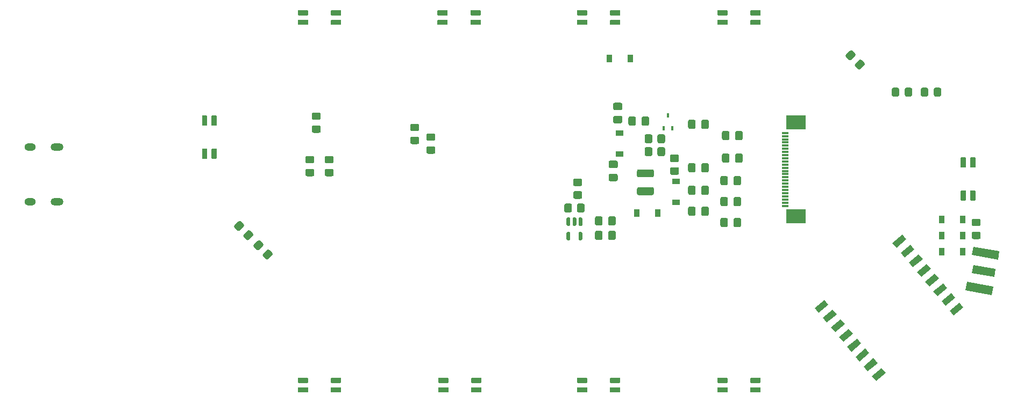
<source format=gbr>
%TF.GenerationSoftware,KiCad,Pcbnew,(5.1.10)-1*%
%TF.CreationDate,2022-02-17T21:55:52+01:00*%
%TF.ProjectId,keyboardEink,6b657962-6f61-4726-9445-696e6b2e6b69,rev?*%
%TF.SameCoordinates,Original*%
%TF.FileFunction,Paste,Top*%
%TF.FilePolarity,Positive*%
%FSLAX46Y46*%
G04 Gerber Fmt 4.6, Leading zero omitted, Abs format (unit mm)*
G04 Created by KiCad (PCBNEW (5.1.10)-1) date 2022-02-17 21:55:52*
%MOMM*%
%LPD*%
G01*
G04 APERTURE LIST*
%ADD10O,1.800000X1.200000*%
%ADD11O,2.000000X1.200000*%
%ADD12R,0.900000X1.200000*%
%ADD13C,0.100000*%
%ADD14R,3.100000X2.300000*%
%ADD15R,1.100000X0.300000*%
%ADD16R,0.450000X0.700000*%
%ADD17R,1.200000X0.900000*%
G04 APERTURE END LIST*
D10*
%TO.C,U8*%
X76966000Y-107115000D03*
D11*
X81166000Y-107115000D03*
X81166000Y-98465000D03*
D10*
X76966000Y-98465000D03*
%TD*%
%TO.C,R34*%
G36*
G01*
X225453999Y-111876000D02*
X226354001Y-111876000D01*
G75*
G02*
X226604000Y-112125999I0J-249999D01*
G01*
X226604000Y-112776001D01*
G75*
G02*
X226354001Y-113026000I-249999J0D01*
G01*
X225453999Y-113026000D01*
G75*
G02*
X225204000Y-112776001I0J249999D01*
G01*
X225204000Y-112125999D01*
G75*
G02*
X225453999Y-111876000I249999J0D01*
G01*
G37*
G36*
G01*
X225453999Y-109826000D02*
X226354001Y-109826000D01*
G75*
G02*
X226604000Y-110075999I0J-249999D01*
G01*
X226604000Y-110726001D01*
G75*
G02*
X226354001Y-110976000I-249999J0D01*
G01*
X225453999Y-110976000D01*
G75*
G02*
X225204000Y-110726001I0J249999D01*
G01*
X225204000Y-110075999D01*
G75*
G02*
X225453999Y-109826000I249999J0D01*
G01*
G37*
%TD*%
D12*
%TO.C,D20*%
X220444000Y-114982000D03*
X223744000Y-114982000D03*
%TD*%
%TO.C,D19*%
X220444000Y-112442000D03*
X223744000Y-112442000D03*
%TD*%
%TO.C,D18*%
X220444000Y-109902000D03*
X223744000Y-109902000D03*
%TD*%
D13*
%TO.C,AE1*%
G36*
X228761905Y-119002650D02*
G01*
X225216597Y-118377516D01*
X225437131Y-117126810D01*
X228982439Y-117751944D01*
X228761905Y-119002650D01*
G37*
G36*
X229343996Y-116277324D02*
G01*
X225207803Y-115548002D01*
X225442228Y-114218512D01*
X229578421Y-114947834D01*
X229343996Y-116277324D01*
G37*
G36*
X228362884Y-121841488D02*
G01*
X224226691Y-121112166D01*
X224461116Y-119782676D01*
X228597309Y-120511998D01*
X228362884Y-121841488D01*
G37*
%TD*%
%TO.C,U7*%
G36*
X213372191Y-114393198D02*
G01*
X212729404Y-113627153D01*
X214261493Y-112341578D01*
X214904280Y-113107623D01*
X213372191Y-114393198D01*
G37*
G36*
X214657766Y-115925287D02*
G01*
X214014979Y-115159242D01*
X215547068Y-113873667D01*
X216189855Y-114639712D01*
X214657766Y-115925287D01*
G37*
G36*
X215943342Y-117457376D02*
G01*
X215300555Y-116691331D01*
X216832644Y-115405756D01*
X217475431Y-116171801D01*
X215943342Y-117457376D01*
G37*
G36*
X217228917Y-118989465D02*
G01*
X216586130Y-118223420D01*
X218118219Y-116937845D01*
X218761006Y-117703890D01*
X217228917Y-118989465D01*
G37*
G36*
X218514492Y-120521554D02*
G01*
X217871705Y-119755509D01*
X219403794Y-118469934D01*
X220046581Y-119235979D01*
X218514492Y-120521554D01*
G37*
G36*
X219800067Y-122053642D02*
G01*
X219157280Y-121287597D01*
X220689369Y-120002022D01*
X221332156Y-120768067D01*
X219800067Y-122053642D01*
G37*
G36*
X221085643Y-123585731D02*
G01*
X220442856Y-122819686D01*
X221974945Y-121534111D01*
X222617732Y-122300156D01*
X221085643Y-123585731D01*
G37*
G36*
X222371218Y-125117820D02*
G01*
X221728431Y-124351775D01*
X223260520Y-123066200D01*
X223903307Y-123832245D01*
X222371218Y-125117820D01*
G37*
G36*
X210114507Y-135402422D02*
G01*
X209471720Y-134636377D01*
X211003809Y-133350802D01*
X211646596Y-134116847D01*
X210114507Y-135402422D01*
G37*
G36*
X208828932Y-133870333D02*
G01*
X208186145Y-133104288D01*
X209718234Y-131818713D01*
X210361021Y-132584758D01*
X208828932Y-133870333D01*
G37*
G36*
X207543356Y-132338244D02*
G01*
X206900569Y-131572199D01*
X208432658Y-130286624D01*
X209075445Y-131052669D01*
X207543356Y-132338244D01*
G37*
G36*
X206257781Y-130806155D02*
G01*
X205614994Y-130040110D01*
X207147083Y-128754535D01*
X207789870Y-129520580D01*
X206257781Y-130806155D01*
G37*
G36*
X204972206Y-129274066D02*
G01*
X204329419Y-128508021D01*
X205861508Y-127222446D01*
X206504295Y-127988491D01*
X204972206Y-129274066D01*
G37*
G36*
X203686631Y-127741978D02*
G01*
X203043844Y-126975933D01*
X204575933Y-125690358D01*
X205218720Y-126456403D01*
X203686631Y-127741978D01*
G37*
G36*
X202401055Y-126209889D02*
G01*
X201758268Y-125443844D01*
X203290357Y-124158269D01*
X203933144Y-124924314D01*
X202401055Y-126209889D01*
G37*
G36*
X201115480Y-124677800D02*
G01*
X200472693Y-123911755D01*
X202004782Y-122626180D01*
X202647569Y-123392225D01*
X201115480Y-124677800D01*
G37*
%TD*%
%TO.C,R31*%
G36*
G01*
X206854001Y-84119604D02*
X206217604Y-84756001D01*
G75*
G02*
X205864052Y-84756001I-176776J176776D01*
G01*
X205404431Y-84296380D01*
G75*
G02*
X205404431Y-83942828I176776J176776D01*
G01*
X206040828Y-83306431D01*
G75*
G02*
X206394380Y-83306431I176776J-176776D01*
G01*
X206854001Y-83766052D01*
G75*
G02*
X206854001Y-84119604I-176776J-176776D01*
G01*
G37*
G36*
G01*
X208303569Y-85569172D02*
X207667172Y-86205569D01*
G75*
G02*
X207313620Y-86205569I-176776J176776D01*
G01*
X206853999Y-85745948D01*
G75*
G02*
X206853999Y-85392396I176776J176776D01*
G01*
X207490396Y-84755999D01*
G75*
G02*
X207843948Y-84755999I176776J-176776D01*
G01*
X208303569Y-85215620D01*
G75*
G02*
X208303569Y-85569172I-176776J-176776D01*
G01*
G37*
%TD*%
D14*
%TO.C,U2*%
X197552000Y-94608000D03*
X197552000Y-109448000D03*
D15*
X195852000Y-96278000D03*
X195852000Y-96778000D03*
X195852000Y-97278000D03*
X195852000Y-97778000D03*
X195852000Y-98278000D03*
X195852000Y-98778000D03*
X195852000Y-99278000D03*
X195852000Y-99778000D03*
X195852000Y-100278000D03*
X195852000Y-100778000D03*
X195852000Y-101278000D03*
X195852000Y-101778000D03*
X195852000Y-102278000D03*
X195852000Y-102778000D03*
X195852000Y-103278000D03*
X195852000Y-103778000D03*
X195852000Y-104278000D03*
X195852000Y-104778000D03*
X195852000Y-105278000D03*
X195852000Y-105778000D03*
X195852000Y-106278000D03*
X195852000Y-106778000D03*
X195852000Y-107278000D03*
X195852000Y-107778000D03*
%TD*%
%TO.C,D11*%
G36*
G01*
X163150000Y-136403999D02*
X164586000Y-136403999D01*
G75*
G02*
X164668000Y-136485999I0J-82000D01*
G01*
X164668000Y-137141999D01*
G75*
G02*
X164586000Y-137223999I-82000J0D01*
G01*
X163150000Y-137223999D01*
G75*
G02*
X163068000Y-137141999I0J82000D01*
G01*
X163068000Y-136485999D01*
G75*
G02*
X163150000Y-136403999I82000J0D01*
G01*
G37*
G36*
G01*
X163150000Y-134903999D02*
X164586000Y-134903999D01*
G75*
G02*
X164668000Y-134985999I0J-82000D01*
G01*
X164668000Y-135641999D01*
G75*
G02*
X164586000Y-135723999I-82000J0D01*
G01*
X163150000Y-135723999D01*
G75*
G02*
X163068000Y-135641999I0J82000D01*
G01*
X163068000Y-134985999D01*
G75*
G02*
X163150000Y-134903999I82000J0D01*
G01*
G37*
G36*
G01*
X168350000Y-136403999D02*
X169786000Y-136403999D01*
G75*
G02*
X169868000Y-136485999I0J-82000D01*
G01*
X169868000Y-137141999D01*
G75*
G02*
X169786000Y-137223999I-82000J0D01*
G01*
X168350000Y-137223999D01*
G75*
G02*
X168268000Y-137141999I0J82000D01*
G01*
X168268000Y-136485999D01*
G75*
G02*
X168350000Y-136403999I82000J0D01*
G01*
G37*
G36*
G01*
X168350000Y-134903999D02*
X169786000Y-134903999D01*
G75*
G02*
X169868000Y-134985999I0J-82000D01*
G01*
X169868000Y-135641999D01*
G75*
G02*
X169786000Y-135723999I-82000J0D01*
G01*
X168350000Y-135723999D01*
G75*
G02*
X168268000Y-135641999I0J82000D01*
G01*
X168268000Y-134985999D01*
G75*
G02*
X168350000Y-134903999I82000J0D01*
G01*
G37*
%TD*%
%TO.C,D10*%
G36*
G01*
X224973999Y-106870000D02*
X224973999Y-105434000D01*
G75*
G02*
X225055999Y-105352000I82000J0D01*
G01*
X225711999Y-105352000D01*
G75*
G02*
X225793999Y-105434000I0J-82000D01*
G01*
X225793999Y-106870000D01*
G75*
G02*
X225711999Y-106952000I-82000J0D01*
G01*
X225055999Y-106952000D01*
G75*
G02*
X224973999Y-106870000I0J82000D01*
G01*
G37*
G36*
G01*
X223473999Y-106870000D02*
X223473999Y-105434000D01*
G75*
G02*
X223555999Y-105352000I82000J0D01*
G01*
X224211999Y-105352000D01*
G75*
G02*
X224293999Y-105434000I0J-82000D01*
G01*
X224293999Y-106870000D01*
G75*
G02*
X224211999Y-106952000I-82000J0D01*
G01*
X223555999Y-106952000D01*
G75*
G02*
X223473999Y-106870000I0J82000D01*
G01*
G37*
G36*
G01*
X224973999Y-101670000D02*
X224973999Y-100234000D01*
G75*
G02*
X225055999Y-100152000I82000J0D01*
G01*
X225711999Y-100152000D01*
G75*
G02*
X225793999Y-100234000I0J-82000D01*
G01*
X225793999Y-101670000D01*
G75*
G02*
X225711999Y-101752000I-82000J0D01*
G01*
X225055999Y-101752000D01*
G75*
G02*
X224973999Y-101670000I0J82000D01*
G01*
G37*
G36*
G01*
X223473999Y-101670000D02*
X223473999Y-100234000D01*
G75*
G02*
X223555999Y-100152000I82000J0D01*
G01*
X224211999Y-100152000D01*
G75*
G02*
X224293999Y-100234000I0J-82000D01*
G01*
X224293999Y-101670000D01*
G75*
G02*
X224211999Y-101752000I-82000J0D01*
G01*
X223555999Y-101752000D01*
G75*
G02*
X223473999Y-101670000I0J82000D01*
G01*
G37*
%TD*%
%TO.C,D6*%
G36*
G01*
X185248000Y-136403999D02*
X186684000Y-136403999D01*
G75*
G02*
X186766000Y-136485999I0J-82000D01*
G01*
X186766000Y-137141999D01*
G75*
G02*
X186684000Y-137223999I-82000J0D01*
G01*
X185248000Y-137223999D01*
G75*
G02*
X185166000Y-137141999I0J82000D01*
G01*
X185166000Y-136485999D01*
G75*
G02*
X185248000Y-136403999I82000J0D01*
G01*
G37*
G36*
G01*
X185248000Y-134903999D02*
X186684000Y-134903999D01*
G75*
G02*
X186766000Y-134985999I0J-82000D01*
G01*
X186766000Y-135641999D01*
G75*
G02*
X186684000Y-135723999I-82000J0D01*
G01*
X185248000Y-135723999D01*
G75*
G02*
X185166000Y-135641999I0J82000D01*
G01*
X185166000Y-134985999D01*
G75*
G02*
X185248000Y-134903999I82000J0D01*
G01*
G37*
G36*
G01*
X190448000Y-136403999D02*
X191884000Y-136403999D01*
G75*
G02*
X191966000Y-136485999I0J-82000D01*
G01*
X191966000Y-137141999D01*
G75*
G02*
X191884000Y-137223999I-82000J0D01*
G01*
X190448000Y-137223999D01*
G75*
G02*
X190366000Y-137141999I0J82000D01*
G01*
X190366000Y-136485999D01*
G75*
G02*
X190448000Y-136403999I82000J0D01*
G01*
G37*
G36*
G01*
X190448000Y-134903999D02*
X191884000Y-134903999D01*
G75*
G02*
X191966000Y-134985999I0J-82000D01*
G01*
X191966000Y-135641999D01*
G75*
G02*
X191884000Y-135723999I-82000J0D01*
G01*
X190448000Y-135723999D01*
G75*
G02*
X190366000Y-135641999I0J82000D01*
G01*
X190366000Y-134985999D01*
G75*
G02*
X190448000Y-134903999I82000J0D01*
G01*
G37*
%TD*%
%TO.C,D5*%
G36*
G01*
X141306000Y-136403999D02*
X142742000Y-136403999D01*
G75*
G02*
X142824000Y-136485999I0J-82000D01*
G01*
X142824000Y-137141999D01*
G75*
G02*
X142742000Y-137223999I-82000J0D01*
G01*
X141306000Y-137223999D01*
G75*
G02*
X141224000Y-137141999I0J82000D01*
G01*
X141224000Y-136485999D01*
G75*
G02*
X141306000Y-136403999I82000J0D01*
G01*
G37*
G36*
G01*
X141306000Y-134903999D02*
X142742000Y-134903999D01*
G75*
G02*
X142824000Y-134985999I0J-82000D01*
G01*
X142824000Y-135641999D01*
G75*
G02*
X142742000Y-135723999I-82000J0D01*
G01*
X141306000Y-135723999D01*
G75*
G02*
X141224000Y-135641999I0J82000D01*
G01*
X141224000Y-134985999D01*
G75*
G02*
X141306000Y-134903999I82000J0D01*
G01*
G37*
G36*
G01*
X146506000Y-136403999D02*
X147942000Y-136403999D01*
G75*
G02*
X148024000Y-136485999I0J-82000D01*
G01*
X148024000Y-137141999D01*
G75*
G02*
X147942000Y-137223999I-82000J0D01*
G01*
X146506000Y-137223999D01*
G75*
G02*
X146424000Y-137141999I0J82000D01*
G01*
X146424000Y-136485999D01*
G75*
G02*
X146506000Y-136403999I82000J0D01*
G01*
G37*
G36*
G01*
X146506000Y-134903999D02*
X147942000Y-134903999D01*
G75*
G02*
X148024000Y-134985999I0J-82000D01*
G01*
X148024000Y-135641999D01*
G75*
G02*
X147942000Y-135723999I-82000J0D01*
G01*
X146506000Y-135723999D01*
G75*
G02*
X146424000Y-135641999I0J82000D01*
G01*
X146424000Y-134985999D01*
G75*
G02*
X146506000Y-134903999I82000J0D01*
G01*
G37*
%TD*%
%TO.C,D4*%
G36*
G01*
X119208000Y-136403999D02*
X120644000Y-136403999D01*
G75*
G02*
X120726000Y-136485999I0J-82000D01*
G01*
X120726000Y-137141999D01*
G75*
G02*
X120644000Y-137223999I-82000J0D01*
G01*
X119208000Y-137223999D01*
G75*
G02*
X119126000Y-137141999I0J82000D01*
G01*
X119126000Y-136485999D01*
G75*
G02*
X119208000Y-136403999I82000J0D01*
G01*
G37*
G36*
G01*
X119208000Y-134903999D02*
X120644000Y-134903999D01*
G75*
G02*
X120726000Y-134985999I0J-82000D01*
G01*
X120726000Y-135641999D01*
G75*
G02*
X120644000Y-135723999I-82000J0D01*
G01*
X119208000Y-135723999D01*
G75*
G02*
X119126000Y-135641999I0J82000D01*
G01*
X119126000Y-134985999D01*
G75*
G02*
X119208000Y-134903999I82000J0D01*
G01*
G37*
G36*
G01*
X124408000Y-136403999D02*
X125844000Y-136403999D01*
G75*
G02*
X125926000Y-136485999I0J-82000D01*
G01*
X125926000Y-137141999D01*
G75*
G02*
X125844000Y-137223999I-82000J0D01*
G01*
X124408000Y-137223999D01*
G75*
G02*
X124326000Y-137141999I0J82000D01*
G01*
X124326000Y-136485999D01*
G75*
G02*
X124408000Y-136403999I82000J0D01*
G01*
G37*
G36*
G01*
X124408000Y-134903999D02*
X125844000Y-134903999D01*
G75*
G02*
X125926000Y-134985999I0J-82000D01*
G01*
X125926000Y-135641999D01*
G75*
G02*
X125844000Y-135723999I-82000J0D01*
G01*
X124408000Y-135723999D01*
G75*
G02*
X124326000Y-135641999I0J82000D01*
G01*
X124326000Y-134985999D01*
G75*
G02*
X124408000Y-134903999I82000J0D01*
G01*
G37*
%TD*%
%TO.C,D16*%
G36*
G01*
X104840000Y-93630000D02*
X104840000Y-95066000D01*
G75*
G02*
X104758000Y-95148000I-82000J0D01*
G01*
X104102000Y-95148000D01*
G75*
G02*
X104020000Y-95066000I0J82000D01*
G01*
X104020000Y-93630000D01*
G75*
G02*
X104102000Y-93548000I82000J0D01*
G01*
X104758000Y-93548000D01*
G75*
G02*
X104840000Y-93630000I0J-82000D01*
G01*
G37*
G36*
G01*
X106340000Y-93630000D02*
X106340000Y-95066000D01*
G75*
G02*
X106258000Y-95148000I-82000J0D01*
G01*
X105602000Y-95148000D01*
G75*
G02*
X105520000Y-95066000I0J82000D01*
G01*
X105520000Y-93630000D01*
G75*
G02*
X105602000Y-93548000I82000J0D01*
G01*
X106258000Y-93548000D01*
G75*
G02*
X106340000Y-93630000I0J-82000D01*
G01*
G37*
G36*
G01*
X104840000Y-98830000D02*
X104840000Y-100266000D01*
G75*
G02*
X104758000Y-100348000I-82000J0D01*
G01*
X104102000Y-100348000D01*
G75*
G02*
X104020000Y-100266000I0J82000D01*
G01*
X104020000Y-98830000D01*
G75*
G02*
X104102000Y-98748000I82000J0D01*
G01*
X104758000Y-98748000D01*
G75*
G02*
X104840000Y-98830000I0J-82000D01*
G01*
G37*
G36*
G01*
X106340000Y-98830000D02*
X106340000Y-100266000D01*
G75*
G02*
X106258000Y-100348000I-82000J0D01*
G01*
X105602000Y-100348000D01*
G75*
G02*
X105520000Y-100266000I0J82000D01*
G01*
X105520000Y-98830000D01*
G75*
G02*
X105602000Y-98748000I82000J0D01*
G01*
X106258000Y-98748000D01*
G75*
G02*
X106340000Y-98830000I0J-82000D01*
G01*
G37*
%TD*%
%TO.C,D14*%
G36*
G01*
X147818000Y-77740000D02*
X146382000Y-77740000D01*
G75*
G02*
X146300000Y-77658000I0J82000D01*
G01*
X146300000Y-77002000D01*
G75*
G02*
X146382000Y-76920000I82000J0D01*
G01*
X147818000Y-76920000D01*
G75*
G02*
X147900000Y-77002000I0J-82000D01*
G01*
X147900000Y-77658000D01*
G75*
G02*
X147818000Y-77740000I-82000J0D01*
G01*
G37*
G36*
G01*
X147818000Y-79240000D02*
X146382000Y-79240000D01*
G75*
G02*
X146300000Y-79158000I0J82000D01*
G01*
X146300000Y-78502000D01*
G75*
G02*
X146382000Y-78420000I82000J0D01*
G01*
X147818000Y-78420000D01*
G75*
G02*
X147900000Y-78502000I0J-82000D01*
G01*
X147900000Y-79158000D01*
G75*
G02*
X147818000Y-79240000I-82000J0D01*
G01*
G37*
G36*
G01*
X142618000Y-77740000D02*
X141182000Y-77740000D01*
G75*
G02*
X141100000Y-77658000I0J82000D01*
G01*
X141100000Y-77002000D01*
G75*
G02*
X141182000Y-76920000I82000J0D01*
G01*
X142618000Y-76920000D01*
G75*
G02*
X142700000Y-77002000I0J-82000D01*
G01*
X142700000Y-77658000D01*
G75*
G02*
X142618000Y-77740000I-82000J0D01*
G01*
G37*
G36*
G01*
X142618000Y-79240000D02*
X141182000Y-79240000D01*
G75*
G02*
X141100000Y-79158000I0J82000D01*
G01*
X141100000Y-78502000D01*
G75*
G02*
X141182000Y-78420000I82000J0D01*
G01*
X142618000Y-78420000D01*
G75*
G02*
X142700000Y-78502000I0J-82000D01*
G01*
X142700000Y-79158000D01*
G75*
G02*
X142618000Y-79240000I-82000J0D01*
G01*
G37*
%TD*%
%TO.C,D13*%
G36*
G01*
X169786000Y-77740000D02*
X168350000Y-77740000D01*
G75*
G02*
X168268000Y-77658000I0J82000D01*
G01*
X168268000Y-77002000D01*
G75*
G02*
X168350000Y-76920000I82000J0D01*
G01*
X169786000Y-76920000D01*
G75*
G02*
X169868000Y-77002000I0J-82000D01*
G01*
X169868000Y-77658000D01*
G75*
G02*
X169786000Y-77740000I-82000J0D01*
G01*
G37*
G36*
G01*
X169786000Y-79240000D02*
X168350000Y-79240000D01*
G75*
G02*
X168268000Y-79158000I0J82000D01*
G01*
X168268000Y-78502000D01*
G75*
G02*
X168350000Y-78420000I82000J0D01*
G01*
X169786000Y-78420000D01*
G75*
G02*
X169868000Y-78502000I0J-82000D01*
G01*
X169868000Y-79158000D01*
G75*
G02*
X169786000Y-79240000I-82000J0D01*
G01*
G37*
G36*
G01*
X164586000Y-77740000D02*
X163150000Y-77740000D01*
G75*
G02*
X163068000Y-77658000I0J82000D01*
G01*
X163068000Y-77002000D01*
G75*
G02*
X163150000Y-76920000I82000J0D01*
G01*
X164586000Y-76920000D01*
G75*
G02*
X164668000Y-77002000I0J-82000D01*
G01*
X164668000Y-77658000D01*
G75*
G02*
X164586000Y-77740000I-82000J0D01*
G01*
G37*
G36*
G01*
X164586000Y-79240000D02*
X163150000Y-79240000D01*
G75*
G02*
X163068000Y-79158000I0J82000D01*
G01*
X163068000Y-78502000D01*
G75*
G02*
X163150000Y-78420000I82000J0D01*
G01*
X164586000Y-78420000D01*
G75*
G02*
X164668000Y-78502000I0J-82000D01*
G01*
X164668000Y-79158000D01*
G75*
G02*
X164586000Y-79240000I-82000J0D01*
G01*
G37*
%TD*%
%TO.C,D12*%
G36*
G01*
X191884000Y-77740000D02*
X190448000Y-77740000D01*
G75*
G02*
X190366000Y-77658000I0J82000D01*
G01*
X190366000Y-77002000D01*
G75*
G02*
X190448000Y-76920000I82000J0D01*
G01*
X191884000Y-76920000D01*
G75*
G02*
X191966000Y-77002000I0J-82000D01*
G01*
X191966000Y-77658000D01*
G75*
G02*
X191884000Y-77740000I-82000J0D01*
G01*
G37*
G36*
G01*
X191884000Y-79240000D02*
X190448000Y-79240000D01*
G75*
G02*
X190366000Y-79158000I0J82000D01*
G01*
X190366000Y-78502000D01*
G75*
G02*
X190448000Y-78420000I82000J0D01*
G01*
X191884000Y-78420000D01*
G75*
G02*
X191966000Y-78502000I0J-82000D01*
G01*
X191966000Y-79158000D01*
G75*
G02*
X191884000Y-79240000I-82000J0D01*
G01*
G37*
G36*
G01*
X186684000Y-77740000D02*
X185248000Y-77740000D01*
G75*
G02*
X185166000Y-77658000I0J82000D01*
G01*
X185166000Y-77002000D01*
G75*
G02*
X185248000Y-76920000I82000J0D01*
G01*
X186684000Y-76920000D01*
G75*
G02*
X186766000Y-77002000I0J-82000D01*
G01*
X186766000Y-77658000D01*
G75*
G02*
X186684000Y-77740000I-82000J0D01*
G01*
G37*
G36*
G01*
X186684000Y-79240000D02*
X185248000Y-79240000D01*
G75*
G02*
X185166000Y-79158000I0J82000D01*
G01*
X185166000Y-78502000D01*
G75*
G02*
X185248000Y-78420000I82000J0D01*
G01*
X186684000Y-78420000D01*
G75*
G02*
X186766000Y-78502000I0J-82000D01*
G01*
X186766000Y-79158000D01*
G75*
G02*
X186684000Y-79240000I-82000J0D01*
G01*
G37*
%TD*%
%TO.C,D15*%
G36*
G01*
X125844000Y-77740000D02*
X124408000Y-77740000D01*
G75*
G02*
X124326000Y-77658000I0J82000D01*
G01*
X124326000Y-77002000D01*
G75*
G02*
X124408000Y-76920000I82000J0D01*
G01*
X125844000Y-76920000D01*
G75*
G02*
X125926000Y-77002000I0J-82000D01*
G01*
X125926000Y-77658000D01*
G75*
G02*
X125844000Y-77740000I-82000J0D01*
G01*
G37*
G36*
G01*
X125844000Y-79240000D02*
X124408000Y-79240000D01*
G75*
G02*
X124326000Y-79158000I0J82000D01*
G01*
X124326000Y-78502000D01*
G75*
G02*
X124408000Y-78420000I82000J0D01*
G01*
X125844000Y-78420000D01*
G75*
G02*
X125926000Y-78502000I0J-82000D01*
G01*
X125926000Y-79158000D01*
G75*
G02*
X125844000Y-79240000I-82000J0D01*
G01*
G37*
G36*
G01*
X120644000Y-77740000D02*
X119208000Y-77740000D01*
G75*
G02*
X119126000Y-77658000I0J82000D01*
G01*
X119126000Y-77002000D01*
G75*
G02*
X119208000Y-76920000I82000J0D01*
G01*
X120644000Y-76920000D01*
G75*
G02*
X120726000Y-77002000I0J-82000D01*
G01*
X120726000Y-77658000D01*
G75*
G02*
X120644000Y-77740000I-82000J0D01*
G01*
G37*
G36*
G01*
X120644000Y-79240000D02*
X119208000Y-79240000D01*
G75*
G02*
X119126000Y-79158000I0J82000D01*
G01*
X119126000Y-78502000D01*
G75*
G02*
X119208000Y-78420000I82000J0D01*
G01*
X120644000Y-78420000D01*
G75*
G02*
X120726000Y-78502000I0J-82000D01*
G01*
X120726000Y-79158000D01*
G75*
G02*
X120644000Y-79240000I-82000J0D01*
G01*
G37*
%TD*%
%TO.C,F2*%
G36*
G01*
X162715999Y-105476000D02*
X163616001Y-105476000D01*
G75*
G02*
X163866000Y-105725999I0J-249999D01*
G01*
X163866000Y-106426001D01*
G75*
G02*
X163616001Y-106676000I-249999J0D01*
G01*
X162715999Y-106676000D01*
G75*
G02*
X162466000Y-106426001I0J249999D01*
G01*
X162466000Y-105725999D01*
G75*
G02*
X162715999Y-105476000I249999J0D01*
G01*
G37*
G36*
G01*
X162715999Y-103476000D02*
X163616001Y-103476000D01*
G75*
G02*
X163866000Y-103725999I0J-249999D01*
G01*
X163866000Y-104426001D01*
G75*
G02*
X163616001Y-104676000I-249999J0D01*
G01*
X162715999Y-104676000D01*
G75*
G02*
X162466000Y-104426001I0J249999D01*
G01*
X162466000Y-103725999D01*
G75*
G02*
X162715999Y-103476000I249999J0D01*
G01*
G37*
%TD*%
%TO.C,R4*%
G36*
G01*
X113636001Y-114091604D02*
X112999604Y-114728001D01*
G75*
G02*
X112646052Y-114728001I-176776J176776D01*
G01*
X112186431Y-114268380D01*
G75*
G02*
X112186431Y-113914828I176776J176776D01*
G01*
X112822828Y-113278431D01*
G75*
G02*
X113176380Y-113278431I176776J-176776D01*
G01*
X113636001Y-113738052D01*
G75*
G02*
X113636001Y-114091604I-176776J-176776D01*
G01*
G37*
G36*
G01*
X115085569Y-115541172D02*
X114449172Y-116177569D01*
G75*
G02*
X114095620Y-116177569I-176776J176776D01*
G01*
X113635999Y-115717948D01*
G75*
G02*
X113635999Y-115364396I176776J176776D01*
G01*
X114272396Y-114727999D01*
G75*
G02*
X114625948Y-114727999I176776J-176776D01*
G01*
X115085569Y-115187620D01*
G75*
G02*
X115085569Y-115541172I-176776J-176776D01*
G01*
G37*
%TD*%
%TO.C,R3*%
G36*
G01*
X110588001Y-111043604D02*
X109951604Y-111680001D01*
G75*
G02*
X109598052Y-111680001I-176776J176776D01*
G01*
X109138431Y-111220380D01*
G75*
G02*
X109138431Y-110866828I176776J176776D01*
G01*
X109774828Y-110230431D01*
G75*
G02*
X110128380Y-110230431I176776J-176776D01*
G01*
X110588001Y-110690052D01*
G75*
G02*
X110588001Y-111043604I-176776J-176776D01*
G01*
G37*
G36*
G01*
X112037569Y-112493172D02*
X111401172Y-113129569D01*
G75*
G02*
X111047620Y-113129569I-176776J176776D01*
G01*
X110587999Y-112669948D01*
G75*
G02*
X110587999Y-112316396I176776J176776D01*
G01*
X111224396Y-111679999D01*
G75*
G02*
X111577948Y-111679999I176776J-176776D01*
G01*
X112037569Y-112139620D01*
G75*
G02*
X112037569Y-112493172I-176776J-176776D01*
G01*
G37*
%TD*%
D12*
%TO.C,D17*%
X168120000Y-84502000D03*
X171420000Y-84502000D03*
%TD*%
%TO.C,R25*%
G36*
G01*
X218342000Y-89385999D02*
X218342000Y-90286001D01*
G75*
G02*
X218092001Y-90536000I-249999J0D01*
G01*
X217441999Y-90536000D01*
G75*
G02*
X217192000Y-90286001I0J249999D01*
G01*
X217192000Y-89385999D01*
G75*
G02*
X217441999Y-89136000I249999J0D01*
G01*
X218092001Y-89136000D01*
G75*
G02*
X218342000Y-89385999I0J-249999D01*
G01*
G37*
G36*
G01*
X220392000Y-89385999D02*
X220392000Y-90286001D01*
G75*
G02*
X220142001Y-90536000I-249999J0D01*
G01*
X219491999Y-90536000D01*
G75*
G02*
X219242000Y-90286001I0J249999D01*
G01*
X219242000Y-89385999D01*
G75*
G02*
X219491999Y-89136000I249999J0D01*
G01*
X220142001Y-89136000D01*
G75*
G02*
X220392000Y-89385999I0J-249999D01*
G01*
G37*
%TD*%
%TO.C,R24*%
G36*
G01*
X214670000Y-90286001D02*
X214670000Y-89385999D01*
G75*
G02*
X214919999Y-89136000I249999J0D01*
G01*
X215570001Y-89136000D01*
G75*
G02*
X215820000Y-89385999I0J-249999D01*
G01*
X215820000Y-90286001D01*
G75*
G02*
X215570001Y-90536000I-249999J0D01*
G01*
X214919999Y-90536000D01*
G75*
G02*
X214670000Y-90286001I0J249999D01*
G01*
G37*
G36*
G01*
X212620000Y-90286001D02*
X212620000Y-89385999D01*
G75*
G02*
X212869999Y-89136000I249999J0D01*
G01*
X213520001Y-89136000D01*
G75*
G02*
X213770000Y-89385999I0J-249999D01*
G01*
X213770000Y-90286001D01*
G75*
G02*
X213520001Y-90536000I-249999J0D01*
G01*
X212869999Y-90536000D01*
G75*
G02*
X212620000Y-90286001I0J249999D01*
G01*
G37*
%TD*%
%TO.C,R16*%
G36*
G01*
X139601999Y-98414000D02*
X140502001Y-98414000D01*
G75*
G02*
X140752000Y-98663999I0J-249999D01*
G01*
X140752000Y-99314001D01*
G75*
G02*
X140502001Y-99564000I-249999J0D01*
G01*
X139601999Y-99564000D01*
G75*
G02*
X139352000Y-99314001I0J249999D01*
G01*
X139352000Y-98663999D01*
G75*
G02*
X139601999Y-98414000I249999J0D01*
G01*
G37*
G36*
G01*
X139601999Y-96364000D02*
X140502001Y-96364000D01*
G75*
G02*
X140752000Y-96613999I0J-249999D01*
G01*
X140752000Y-97264001D01*
G75*
G02*
X140502001Y-97514000I-249999J0D01*
G01*
X139601999Y-97514000D01*
G75*
G02*
X139352000Y-97264001I0J249999D01*
G01*
X139352000Y-96613999D01*
G75*
G02*
X139601999Y-96364000I249999J0D01*
G01*
G37*
%TD*%
%TO.C,R15*%
G36*
G01*
X137061999Y-96890000D02*
X137962001Y-96890000D01*
G75*
G02*
X138212000Y-97139999I0J-249999D01*
G01*
X138212000Y-97790001D01*
G75*
G02*
X137962001Y-98040000I-249999J0D01*
G01*
X137061999Y-98040000D01*
G75*
G02*
X136812000Y-97790001I0J249999D01*
G01*
X136812000Y-97139999D01*
G75*
G02*
X137061999Y-96890000I249999J0D01*
G01*
G37*
G36*
G01*
X137061999Y-94840000D02*
X137962001Y-94840000D01*
G75*
G02*
X138212000Y-95089999I0J-249999D01*
G01*
X138212000Y-95740001D01*
G75*
G02*
X137962001Y-95990000I-249999J0D01*
G01*
X137061999Y-95990000D01*
G75*
G02*
X136812000Y-95740001I0J249999D01*
G01*
X136812000Y-95089999D01*
G75*
G02*
X137061999Y-94840000I249999J0D01*
G01*
G37*
%TD*%
%TO.C,R12*%
G36*
G01*
X123599999Y-101970000D02*
X124500001Y-101970000D01*
G75*
G02*
X124750000Y-102219999I0J-249999D01*
G01*
X124750000Y-102870001D01*
G75*
G02*
X124500001Y-103120000I-249999J0D01*
G01*
X123599999Y-103120000D01*
G75*
G02*
X123350000Y-102870001I0J249999D01*
G01*
X123350000Y-102219999D01*
G75*
G02*
X123599999Y-101970000I249999J0D01*
G01*
G37*
G36*
G01*
X123599999Y-99920000D02*
X124500001Y-99920000D01*
G75*
G02*
X124750000Y-100169999I0J-249999D01*
G01*
X124750000Y-100820001D01*
G75*
G02*
X124500001Y-101070000I-249999J0D01*
G01*
X123599999Y-101070000D01*
G75*
G02*
X123350000Y-100820001I0J249999D01*
G01*
X123350000Y-100169999D01*
G75*
G02*
X123599999Y-99920000I249999J0D01*
G01*
G37*
%TD*%
%TO.C,R10*%
G36*
G01*
X120551999Y-101970000D02*
X121452001Y-101970000D01*
G75*
G02*
X121702000Y-102219999I0J-249999D01*
G01*
X121702000Y-102870001D01*
G75*
G02*
X121452001Y-103120000I-249999J0D01*
G01*
X120551999Y-103120000D01*
G75*
G02*
X120302000Y-102870001I0J249999D01*
G01*
X120302000Y-102219999D01*
G75*
G02*
X120551999Y-101970000I249999J0D01*
G01*
G37*
G36*
G01*
X120551999Y-99920000D02*
X121452001Y-99920000D01*
G75*
G02*
X121702000Y-100169999I0J-249999D01*
G01*
X121702000Y-100820001D01*
G75*
G02*
X121452001Y-101070000I-249999J0D01*
G01*
X120551999Y-101070000D01*
G75*
G02*
X120302000Y-100820001I0J249999D01*
G01*
X120302000Y-100169999D01*
G75*
G02*
X120551999Y-99920000I249999J0D01*
G01*
G37*
%TD*%
%TO.C,C13*%
G36*
G01*
X122468001Y-94212000D02*
X121567999Y-94212000D01*
G75*
G02*
X121318000Y-93962001I0J249999D01*
G01*
X121318000Y-93311999D01*
G75*
G02*
X121567999Y-93062000I249999J0D01*
G01*
X122468001Y-93062000D01*
G75*
G02*
X122718000Y-93311999I0J-249999D01*
G01*
X122718000Y-93962001D01*
G75*
G02*
X122468001Y-94212000I-249999J0D01*
G01*
G37*
G36*
G01*
X122468001Y-96262000D02*
X121567999Y-96262000D01*
G75*
G02*
X121318000Y-96012001I0J249999D01*
G01*
X121318000Y-95361999D01*
G75*
G02*
X121567999Y-95112000I249999J0D01*
G01*
X122468001Y-95112000D01*
G75*
G02*
X122718000Y-95361999I0J-249999D01*
G01*
X122718000Y-96012001D01*
G75*
G02*
X122468001Y-96262000I-249999J0D01*
G01*
G37*
%TD*%
%TO.C,R8*%
G36*
G01*
X178856001Y-100882000D02*
X177955999Y-100882000D01*
G75*
G02*
X177706000Y-100632001I0J249999D01*
G01*
X177706000Y-99931999D01*
G75*
G02*
X177955999Y-99682000I249999J0D01*
G01*
X178856001Y-99682000D01*
G75*
G02*
X179106000Y-99931999I0J-249999D01*
G01*
X179106000Y-100632001D01*
G75*
G02*
X178856001Y-100882000I-249999J0D01*
G01*
G37*
G36*
G01*
X178856001Y-102882000D02*
X177955999Y-102882000D01*
G75*
G02*
X177706000Y-102632001I0J249999D01*
G01*
X177706000Y-101931999D01*
G75*
G02*
X177955999Y-101682000I249999J0D01*
G01*
X178856001Y-101682000D01*
G75*
G02*
X179106000Y-101931999I0J-249999D01*
G01*
X179106000Y-102632001D01*
G75*
G02*
X178856001Y-102882000I-249999J0D01*
G01*
G37*
%TD*%
%TO.C,U3*%
G36*
G01*
X163458000Y-111901000D02*
X163758000Y-111901000D01*
G75*
G02*
X163908000Y-112051000I0J-150000D01*
G01*
X163908000Y-113076000D01*
G75*
G02*
X163758000Y-113226000I-150000J0D01*
G01*
X163458000Y-113226000D01*
G75*
G02*
X163308000Y-113076000I0J150000D01*
G01*
X163308000Y-112051000D01*
G75*
G02*
X163458000Y-111901000I150000J0D01*
G01*
G37*
G36*
G01*
X161558000Y-111901000D02*
X161858000Y-111901000D01*
G75*
G02*
X162008000Y-112051000I0J-150000D01*
G01*
X162008000Y-113076000D01*
G75*
G02*
X161858000Y-113226000I-150000J0D01*
G01*
X161558000Y-113226000D01*
G75*
G02*
X161408000Y-113076000I0J150000D01*
G01*
X161408000Y-112051000D01*
G75*
G02*
X161558000Y-111901000I150000J0D01*
G01*
G37*
G36*
G01*
X161558000Y-109626000D02*
X161858000Y-109626000D01*
G75*
G02*
X162008000Y-109776000I0J-150000D01*
G01*
X162008000Y-110801000D01*
G75*
G02*
X161858000Y-110951000I-150000J0D01*
G01*
X161558000Y-110951000D01*
G75*
G02*
X161408000Y-110801000I0J150000D01*
G01*
X161408000Y-109776000D01*
G75*
G02*
X161558000Y-109626000I150000J0D01*
G01*
G37*
G36*
G01*
X162508000Y-109626000D02*
X162808000Y-109626000D01*
G75*
G02*
X162958000Y-109776000I0J-150000D01*
G01*
X162958000Y-110801000D01*
G75*
G02*
X162808000Y-110951000I-150000J0D01*
G01*
X162508000Y-110951000D01*
G75*
G02*
X162358000Y-110801000I0J150000D01*
G01*
X162358000Y-109776000D01*
G75*
G02*
X162508000Y-109626000I150000J0D01*
G01*
G37*
G36*
G01*
X163458000Y-109626000D02*
X163758000Y-109626000D01*
G75*
G02*
X163908000Y-109776000I0J-150000D01*
G01*
X163908000Y-110801000D01*
G75*
G02*
X163758000Y-110951000I-150000J0D01*
G01*
X163458000Y-110951000D01*
G75*
G02*
X163308000Y-110801000I0J150000D01*
G01*
X163308000Y-109776000D01*
G75*
G02*
X163458000Y-109626000I150000J0D01*
G01*
G37*
%TD*%
%TO.C,R5*%
G36*
G01*
X163058000Y-108574001D02*
X163058000Y-107673999D01*
G75*
G02*
X163307999Y-107424000I249999J0D01*
G01*
X164008001Y-107424000D01*
G75*
G02*
X164258000Y-107673999I0J-249999D01*
G01*
X164258000Y-108574001D01*
G75*
G02*
X164008001Y-108824000I-249999J0D01*
G01*
X163307999Y-108824000D01*
G75*
G02*
X163058000Y-108574001I0J249999D01*
G01*
G37*
G36*
G01*
X161058000Y-108574001D02*
X161058000Y-107673999D01*
G75*
G02*
X161307999Y-107424000I249999J0D01*
G01*
X162008001Y-107424000D01*
G75*
G02*
X162258000Y-107673999I0J-249999D01*
G01*
X162258000Y-108574001D01*
G75*
G02*
X162008001Y-108824000I-249999J0D01*
G01*
X161307999Y-108824000D01*
G75*
G02*
X161058000Y-108574001I0J249999D01*
G01*
G37*
%TD*%
%TO.C,C17*%
G36*
G01*
X167074000Y-111967000D02*
X167074000Y-112917000D01*
G75*
G02*
X166824000Y-113167000I-250000J0D01*
G01*
X166149000Y-113167000D01*
G75*
G02*
X165899000Y-112917000I0J250000D01*
G01*
X165899000Y-111967000D01*
G75*
G02*
X166149000Y-111717000I250000J0D01*
G01*
X166824000Y-111717000D01*
G75*
G02*
X167074000Y-111967000I0J-250000D01*
G01*
G37*
G36*
G01*
X169149000Y-111967000D02*
X169149000Y-112917000D01*
G75*
G02*
X168899000Y-113167000I-250000J0D01*
G01*
X168224000Y-113167000D01*
G75*
G02*
X167974000Y-112917000I0J250000D01*
G01*
X167974000Y-111967000D01*
G75*
G02*
X168224000Y-111717000I250000J0D01*
G01*
X168899000Y-111717000D01*
G75*
G02*
X169149000Y-111967000I0J-250000D01*
G01*
G37*
%TD*%
%TO.C,C16*%
G36*
G01*
X167074000Y-109681000D02*
X167074000Y-110631000D01*
G75*
G02*
X166824000Y-110881000I-250000J0D01*
G01*
X166149000Y-110881000D01*
G75*
G02*
X165899000Y-110631000I0J250000D01*
G01*
X165899000Y-109681000D01*
G75*
G02*
X166149000Y-109431000I250000J0D01*
G01*
X166824000Y-109431000D01*
G75*
G02*
X167074000Y-109681000I0J-250000D01*
G01*
G37*
G36*
G01*
X169149000Y-109681000D02*
X169149000Y-110631000D01*
G75*
G02*
X168899000Y-110881000I-250000J0D01*
G01*
X168224000Y-110881000D01*
G75*
G02*
X167974000Y-110631000I0J250000D01*
G01*
X167974000Y-109681000D01*
G75*
G02*
X168224000Y-109431000I250000J0D01*
G01*
X168899000Y-109431000D01*
G75*
G02*
X169149000Y-109681000I0J-250000D01*
G01*
G37*
%TD*%
%TO.C,C15*%
G36*
G01*
X168279000Y-102732000D02*
X169229000Y-102732000D01*
G75*
G02*
X169479000Y-102982000I0J-250000D01*
G01*
X169479000Y-103657000D01*
G75*
G02*
X169229000Y-103907000I-250000J0D01*
G01*
X168279000Y-103907000D01*
G75*
G02*
X168029000Y-103657000I0J250000D01*
G01*
X168029000Y-102982000D01*
G75*
G02*
X168279000Y-102732000I250000J0D01*
G01*
G37*
G36*
G01*
X168279000Y-100657000D02*
X169229000Y-100657000D01*
G75*
G02*
X169479000Y-100907000I0J-250000D01*
G01*
X169479000Y-101582000D01*
G75*
G02*
X169229000Y-101832000I-250000J0D01*
G01*
X168279000Y-101832000D01*
G75*
G02*
X168029000Y-101582000I0J250000D01*
G01*
X168029000Y-100907000D01*
G75*
G02*
X168279000Y-100657000I250000J0D01*
G01*
G37*
%TD*%
%TO.C,L1*%
G36*
G01*
X172759000Y-104835000D02*
X174909000Y-104835000D01*
G75*
G02*
X175159000Y-105085000I0J-250000D01*
G01*
X175159000Y-105835000D01*
G75*
G02*
X174909000Y-106085000I-250000J0D01*
G01*
X172759000Y-106085000D01*
G75*
G02*
X172509000Y-105835000I0J250000D01*
G01*
X172509000Y-105085000D01*
G75*
G02*
X172759000Y-104835000I250000J0D01*
G01*
G37*
G36*
G01*
X172759000Y-102035000D02*
X174909000Y-102035000D01*
G75*
G02*
X175159000Y-102285000I0J-250000D01*
G01*
X175159000Y-103035000D01*
G75*
G02*
X174909000Y-103285000I-250000J0D01*
G01*
X172759000Y-103285000D01*
G75*
G02*
X172509000Y-103035000I0J250000D01*
G01*
X172509000Y-102285000D01*
G75*
G02*
X172759000Y-102035000I250000J0D01*
G01*
G37*
%TD*%
D16*
%TO.C,Q1*%
X177390000Y-93508000D03*
X178040000Y-95508000D03*
X176740000Y-95508000D03*
%TD*%
%TO.C,R2*%
G36*
G01*
X174918000Y-98783999D02*
X174918000Y-99684001D01*
G75*
G02*
X174668001Y-99934000I-249999J0D01*
G01*
X173967999Y-99934000D01*
G75*
G02*
X173718000Y-99684001I0J249999D01*
G01*
X173718000Y-98783999D01*
G75*
G02*
X173967999Y-98534000I249999J0D01*
G01*
X174668001Y-98534000D01*
G75*
G02*
X174918000Y-98783999I0J-249999D01*
G01*
G37*
G36*
G01*
X176918000Y-98783999D02*
X176918000Y-99684001D01*
G75*
G02*
X176668001Y-99934000I-249999J0D01*
G01*
X175967999Y-99934000D01*
G75*
G02*
X175718000Y-99684001I0J249999D01*
G01*
X175718000Y-98783999D01*
G75*
G02*
X175967999Y-98534000I249999J0D01*
G01*
X176668001Y-98534000D01*
G75*
G02*
X176918000Y-98783999I0J-249999D01*
G01*
G37*
%TD*%
%TO.C,R1*%
G36*
G01*
X174918000Y-96751999D02*
X174918000Y-97652001D01*
G75*
G02*
X174668001Y-97902000I-249999J0D01*
G01*
X173967999Y-97902000D01*
G75*
G02*
X173718000Y-97652001I0J249999D01*
G01*
X173718000Y-96751999D01*
G75*
G02*
X173967999Y-96502000I249999J0D01*
G01*
X174668001Y-96502000D01*
G75*
G02*
X174918000Y-96751999I0J-249999D01*
G01*
G37*
G36*
G01*
X176918000Y-96751999D02*
X176918000Y-97652001D01*
G75*
G02*
X176668001Y-97902000I-249999J0D01*
G01*
X175967999Y-97902000D01*
G75*
G02*
X175718000Y-97652001I0J249999D01*
G01*
X175718000Y-96751999D01*
G75*
G02*
X175967999Y-96502000I249999J0D01*
G01*
X176668001Y-96502000D01*
G75*
G02*
X176918000Y-96751999I0J-249999D01*
G01*
G37*
%TD*%
D17*
%TO.C,D1*%
X178660000Y-103934000D03*
X178660000Y-107234000D03*
%TD*%
D12*
%TO.C,D2*%
X175738000Y-108886000D03*
X172438000Y-108886000D03*
%TD*%
D17*
%TO.C,D3*%
X169730000Y-96314000D03*
X169730000Y-99614000D03*
%TD*%
%TO.C,C12*%
G36*
G01*
X172328000Y-93933000D02*
X172328000Y-94883000D01*
G75*
G02*
X172078000Y-95133000I-250000J0D01*
G01*
X171403000Y-95133000D01*
G75*
G02*
X171153000Y-94883000I0J250000D01*
G01*
X171153000Y-93933000D01*
G75*
G02*
X171403000Y-93683000I250000J0D01*
G01*
X172078000Y-93683000D01*
G75*
G02*
X172328000Y-93933000I0J-250000D01*
G01*
G37*
G36*
G01*
X174403000Y-93933000D02*
X174403000Y-94883000D01*
G75*
G02*
X174153000Y-95133000I-250000J0D01*
G01*
X173478000Y-95133000D01*
G75*
G02*
X173228000Y-94883000I0J250000D01*
G01*
X173228000Y-93933000D01*
G75*
G02*
X173478000Y-93683000I250000J0D01*
G01*
X174153000Y-93683000D01*
G75*
G02*
X174403000Y-93933000I0J-250000D01*
G01*
G37*
%TD*%
%TO.C,C9*%
G36*
G01*
X187960000Y-97169000D02*
X187960000Y-96219000D01*
G75*
G02*
X188210000Y-95969000I250000J0D01*
G01*
X188885000Y-95969000D01*
G75*
G02*
X189135000Y-96219000I0J-250000D01*
G01*
X189135000Y-97169000D01*
G75*
G02*
X188885000Y-97419000I-250000J0D01*
G01*
X188210000Y-97419000D01*
G75*
G02*
X187960000Y-97169000I0J250000D01*
G01*
G37*
G36*
G01*
X185885000Y-97169000D02*
X185885000Y-96219000D01*
G75*
G02*
X186135000Y-95969000I250000J0D01*
G01*
X186810000Y-95969000D01*
G75*
G02*
X187060000Y-96219000I0J-250000D01*
G01*
X187060000Y-97169000D01*
G75*
G02*
X186810000Y-97419000I-250000J0D01*
G01*
X186135000Y-97419000D01*
G75*
G02*
X185885000Y-97169000I0J250000D01*
G01*
G37*
%TD*%
%TO.C,C6*%
G36*
G01*
X182626000Y-102249000D02*
X182626000Y-101299000D01*
G75*
G02*
X182876000Y-101049000I250000J0D01*
G01*
X183551000Y-101049000D01*
G75*
G02*
X183801000Y-101299000I0J-250000D01*
G01*
X183801000Y-102249000D01*
G75*
G02*
X183551000Y-102499000I-250000J0D01*
G01*
X182876000Y-102499000D01*
G75*
G02*
X182626000Y-102249000I0J250000D01*
G01*
G37*
G36*
G01*
X180551000Y-102249000D02*
X180551000Y-101299000D01*
G75*
G02*
X180801000Y-101049000I250000J0D01*
G01*
X181476000Y-101049000D01*
G75*
G02*
X181726000Y-101299000I0J-250000D01*
G01*
X181726000Y-102249000D01*
G75*
G02*
X181476000Y-102499000I-250000J0D01*
G01*
X180801000Y-102499000D01*
G75*
G02*
X180551000Y-102249000I0J250000D01*
G01*
G37*
%TD*%
%TO.C,C4*%
G36*
G01*
X182626000Y-105805000D02*
X182626000Y-104855000D01*
G75*
G02*
X182876000Y-104605000I250000J0D01*
G01*
X183551000Y-104605000D01*
G75*
G02*
X183801000Y-104855000I0J-250000D01*
G01*
X183801000Y-105805000D01*
G75*
G02*
X183551000Y-106055000I-250000J0D01*
G01*
X182876000Y-106055000D01*
G75*
G02*
X182626000Y-105805000I0J250000D01*
G01*
G37*
G36*
G01*
X180551000Y-105805000D02*
X180551000Y-104855000D01*
G75*
G02*
X180801000Y-104605000I250000J0D01*
G01*
X181476000Y-104605000D01*
G75*
G02*
X181726000Y-104855000I0J-250000D01*
G01*
X181726000Y-105805000D01*
G75*
G02*
X181476000Y-106055000I-250000J0D01*
G01*
X180801000Y-106055000D01*
G75*
G02*
X180551000Y-105805000I0J250000D01*
G01*
G37*
%TD*%
%TO.C,C2*%
G36*
G01*
X182626000Y-109107000D02*
X182626000Y-108157000D01*
G75*
G02*
X182876000Y-107907000I250000J0D01*
G01*
X183551000Y-107907000D01*
G75*
G02*
X183801000Y-108157000I0J-250000D01*
G01*
X183801000Y-109107000D01*
G75*
G02*
X183551000Y-109357000I-250000J0D01*
G01*
X182876000Y-109357000D01*
G75*
G02*
X182626000Y-109107000I0J250000D01*
G01*
G37*
G36*
G01*
X180551000Y-109107000D02*
X180551000Y-108157000D01*
G75*
G02*
X180801000Y-107907000I250000J0D01*
G01*
X181476000Y-107907000D01*
G75*
G02*
X181726000Y-108157000I0J-250000D01*
G01*
X181726000Y-109107000D01*
G75*
G02*
X181476000Y-109357000I-250000J0D01*
G01*
X180801000Y-109357000D01*
G75*
G02*
X180551000Y-109107000I0J250000D01*
G01*
G37*
%TD*%
%TO.C,C10*%
G36*
G01*
X169001000Y-93588000D02*
X169951000Y-93588000D01*
G75*
G02*
X170201000Y-93838000I0J-250000D01*
G01*
X170201000Y-94513000D01*
G75*
G02*
X169951000Y-94763000I-250000J0D01*
G01*
X169001000Y-94763000D01*
G75*
G02*
X168751000Y-94513000I0J250000D01*
G01*
X168751000Y-93838000D01*
G75*
G02*
X169001000Y-93588000I250000J0D01*
G01*
G37*
G36*
G01*
X169001000Y-91513000D02*
X169951000Y-91513000D01*
G75*
G02*
X170201000Y-91763000I0J-250000D01*
G01*
X170201000Y-92438000D01*
G75*
G02*
X169951000Y-92688000I-250000J0D01*
G01*
X169001000Y-92688000D01*
G75*
G02*
X168751000Y-92438000I0J250000D01*
G01*
X168751000Y-91763000D01*
G75*
G02*
X169001000Y-91513000I250000J0D01*
G01*
G37*
%TD*%
%TO.C,C7*%
G36*
G01*
X182626000Y-95391000D02*
X182626000Y-94441000D01*
G75*
G02*
X182876000Y-94191000I250000J0D01*
G01*
X183551000Y-94191000D01*
G75*
G02*
X183801000Y-94441000I0J-250000D01*
G01*
X183801000Y-95391000D01*
G75*
G02*
X183551000Y-95641000I-250000J0D01*
G01*
X182876000Y-95641000D01*
G75*
G02*
X182626000Y-95391000I0J250000D01*
G01*
G37*
G36*
G01*
X180551000Y-95391000D02*
X180551000Y-94441000D01*
G75*
G02*
X180801000Y-94191000I250000J0D01*
G01*
X181476000Y-94191000D01*
G75*
G02*
X181726000Y-94441000I0J-250000D01*
G01*
X181726000Y-95391000D01*
G75*
G02*
X181476000Y-95641000I-250000J0D01*
G01*
X180801000Y-95641000D01*
G75*
G02*
X180551000Y-95391000I0J250000D01*
G01*
G37*
%TD*%
%TO.C,C11*%
G36*
G01*
X187960000Y-100725000D02*
X187960000Y-99775000D01*
G75*
G02*
X188210000Y-99525000I250000J0D01*
G01*
X188885000Y-99525000D01*
G75*
G02*
X189135000Y-99775000I0J-250000D01*
G01*
X189135000Y-100725000D01*
G75*
G02*
X188885000Y-100975000I-250000J0D01*
G01*
X188210000Y-100975000D01*
G75*
G02*
X187960000Y-100725000I0J250000D01*
G01*
G37*
G36*
G01*
X185885000Y-100725000D02*
X185885000Y-99775000D01*
G75*
G02*
X186135000Y-99525000I250000J0D01*
G01*
X186810000Y-99525000D01*
G75*
G02*
X187060000Y-99775000I0J-250000D01*
G01*
X187060000Y-100725000D01*
G75*
G02*
X186810000Y-100975000I-250000J0D01*
G01*
X186135000Y-100975000D01*
G75*
G02*
X185885000Y-100725000I0J250000D01*
G01*
G37*
%TD*%
%TO.C,C5*%
G36*
G01*
X187706000Y-104281000D02*
X187706000Y-103331000D01*
G75*
G02*
X187956000Y-103081000I250000J0D01*
G01*
X188631000Y-103081000D01*
G75*
G02*
X188881000Y-103331000I0J-250000D01*
G01*
X188881000Y-104281000D01*
G75*
G02*
X188631000Y-104531000I-250000J0D01*
G01*
X187956000Y-104531000D01*
G75*
G02*
X187706000Y-104281000I0J250000D01*
G01*
G37*
G36*
G01*
X185631000Y-104281000D02*
X185631000Y-103331000D01*
G75*
G02*
X185881000Y-103081000I250000J0D01*
G01*
X186556000Y-103081000D01*
G75*
G02*
X186806000Y-103331000I0J-250000D01*
G01*
X186806000Y-104281000D01*
G75*
G02*
X186556000Y-104531000I-250000J0D01*
G01*
X185881000Y-104531000D01*
G75*
G02*
X185631000Y-104281000I0J250000D01*
G01*
G37*
%TD*%
%TO.C,C3*%
G36*
G01*
X187706000Y-107583000D02*
X187706000Y-106633000D01*
G75*
G02*
X187956000Y-106383000I250000J0D01*
G01*
X188631000Y-106383000D01*
G75*
G02*
X188881000Y-106633000I0J-250000D01*
G01*
X188881000Y-107583000D01*
G75*
G02*
X188631000Y-107833000I-250000J0D01*
G01*
X187956000Y-107833000D01*
G75*
G02*
X187706000Y-107583000I0J250000D01*
G01*
G37*
G36*
G01*
X185631000Y-107583000D02*
X185631000Y-106633000D01*
G75*
G02*
X185881000Y-106383000I250000J0D01*
G01*
X186556000Y-106383000D01*
G75*
G02*
X186806000Y-106633000I0J-250000D01*
G01*
X186806000Y-107583000D01*
G75*
G02*
X186556000Y-107833000I-250000J0D01*
G01*
X185881000Y-107833000D01*
G75*
G02*
X185631000Y-107583000I0J250000D01*
G01*
G37*
%TD*%
%TO.C,C1*%
G36*
G01*
X187706000Y-110885000D02*
X187706000Y-109935000D01*
G75*
G02*
X187956000Y-109685000I250000J0D01*
G01*
X188631000Y-109685000D01*
G75*
G02*
X188881000Y-109935000I0J-250000D01*
G01*
X188881000Y-110885000D01*
G75*
G02*
X188631000Y-111135000I-250000J0D01*
G01*
X187956000Y-111135000D01*
G75*
G02*
X187706000Y-110885000I0J250000D01*
G01*
G37*
G36*
G01*
X185631000Y-110885000D02*
X185631000Y-109935000D01*
G75*
G02*
X185881000Y-109685000I250000J0D01*
G01*
X186556000Y-109685000D01*
G75*
G02*
X186806000Y-109935000I0J-250000D01*
G01*
X186806000Y-110885000D01*
G75*
G02*
X186556000Y-111135000I-250000J0D01*
G01*
X185881000Y-111135000D01*
G75*
G02*
X185631000Y-110885000I0J250000D01*
G01*
G37*
%TD*%
M02*

</source>
